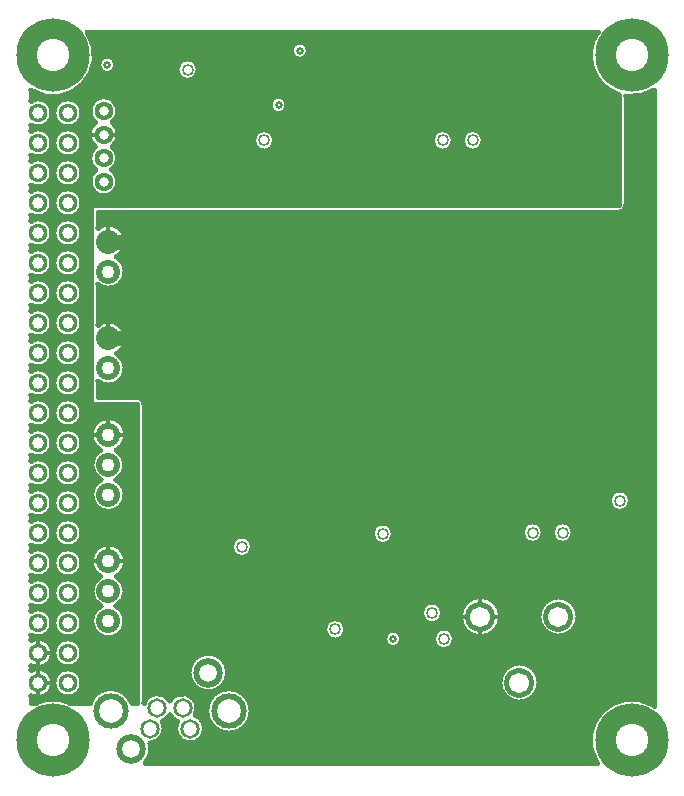
<source format=gbr>
G04 GENERATED BY PULSONIX 11.0 GERBER.DLL 8468*
G04 #@! TF.GenerationSoftware,Pulsonix,Pulsonix,11.0.8468*
G04 #@! TF.CreationDate,2022-02-02T18:24:52+05:00*
G04 #@! TF.Part,Single*
%INCSPAM*%
%LNLAYER 3*%
%FSLAX35Y35*%
%LPD*%
%MOIN*%
G04 #@! TF.FileFunction,Copper,L3,Inr*
G04 #@! TF.FilePolarity,Positive*
G04 #@! TA.AperFunction,OtherCopper,Copper*
%ADD10C,0.01500*%
G04 #@! TA.AperFunction,ViaPad*
%ADD70C,0.02600X0.01000*%
G04 #@! TA.AperFunction,OtherCopper,Copper*
%ADD74C,0.01200*%
G04 #@! TA.AperFunction,ViaPad*
%ADD81C,0.04000X0.02800*%
G04 #@! TA.AperFunction,Conductor*
%ADD84C,0.05000*%
G04 #@! TA.AperFunction,ComponentPad*
%ADD94C,0.10000X0.06700*%
%ADD133C,0.06299X0.03937*%
%ADD134C,0.24409X0.10827*%
%ADD135C,0.06299X0.03150*%
%ADD136C,0.08000X0.04300*%
%ADD137C,0.06496X0.04724*%
%ADD138C,0.09843X0.05906*%
%ADD139C,0.11811X0.07874*%
G04 #@! TD.AperFunction*
X0Y0D02*
D02*
D10*
X274515Y47663D02*
X424999D01*
G75*
G02*
X444004Y66669I11576J7430D01*
G01*
Y271864D01*
G75*
G02*
X434544Y269835I-7430J11575D01*
G01*
Y233439D01*
G75*
G02*
X432244Y231139I-2300J0D01*
G01*
X258560D01*
Y225871D01*
G75*
G02*
X262165Y227142I3605J-4478D01*
G01*
G75*
G02*
X264796Y216279I0J-5750D01*
G01*
G75*
G02*
X262165Y205842I-2631J-4887D01*
G01*
G75*
G02*
X258560Y207173I1J5549D01*
G01*
Y193588D01*
G75*
G02*
X262165Y194859I3605J-4478D01*
G01*
G75*
G02*
X264796Y183996I0J-5750D01*
G01*
G75*
G02*
X262165Y173559I-2631J-4887D01*
G01*
G75*
G02*
X258560Y174889I-1J5549D01*
G01*
Y169598D01*
X271614D01*
G75*
G02*
X273914Y167298I0J-2300D01*
G01*
Y67691D01*
X273912Y67603D01*
G75*
G02*
X282638Y68180I4493J-1683D01*
G01*
G75*
G02*
X291668Y65920I4232J-2260D01*
G01*
G75*
G02*
X291024Y63519I-4799J0D01*
G01*
G75*
G02*
X289331Y54232I-1693J-4489D01*
G01*
G75*
G02*
X285176Y61431I0J4798D01*
G01*
G75*
G02*
X282638Y63659I1693J4488D01*
G01*
G75*
G02*
X280099Y61431I-4231J2261D01*
G01*
G75*
G02*
X275966Y54232I-4155J-2401D01*
G01*
G75*
G02*
X274515Y47663I-6124J-2092D01*
G01*
X288962Y77731D02*
G75*
G02*
X295433Y84202I6471J0D01*
G01*
G75*
G02*
X301904Y77731I0J-6471D01*
G01*
G75*
G02*
X295433Y71260I-6471J0D01*
G01*
G75*
G02*
X288962Y77731I0J6471D01*
G01*
X373976Y85401D02*
G75*
G02*
Y92501I0J3550D01*
G01*
G75*
G02*
Y85401I0J-3550D01*
G01*
X379423Y96384D02*
G75*
G02*
X386173Y103134I6750J0D01*
G01*
G75*
G02*
X392923Y96384I0J-6750D01*
G01*
G75*
G02*
X386173Y89634I-6750J0D01*
G01*
G75*
G02*
X379423Y96384I0J6750D01*
G01*
X405623D02*
G75*
G02*
X412173Y102934I6550J0D01*
G01*
G75*
G02*
X418723Y96384I0J-6550D01*
G01*
G75*
G02*
X412173Y89834I-6550J0D01*
G01*
G75*
G02*
X405623Y96384I0J6550D01*
G01*
X357047Y86101D02*
G75*
G02*
Y91801I0J2850D01*
G01*
G75*
G02*
Y86101I0J-2850D01*
G01*
X337756Y88549D02*
G75*
G02*
Y95649I0J3550D01*
G01*
G75*
G02*
Y88549I0J-3550D01*
G01*
X370041Y94063D02*
G75*
G02*
Y101163I0J3550D01*
G01*
G75*
G02*
Y94063I0J-3550D01*
G01*
X306654Y116110D02*
G75*
G02*
Y123210I0J3550D01*
G01*
G75*
G02*
Y116110I0J-3550D01*
G01*
X353583Y120441D02*
G75*
G02*
Y127541I0J3550D01*
G01*
G75*
G02*
Y120441I0J-3550D01*
G01*
X413583Y120834D02*
G75*
G02*
Y127934I0J3550D01*
G01*
G75*
G02*
Y120834I0J-3550D01*
G01*
X403583D02*
G75*
G02*
Y127934I0J3550D01*
G01*
G75*
G02*
Y120834I0J-3550D01*
G01*
X432638Y131464D02*
G75*
G02*
Y138564I0J3550D01*
G01*
G75*
G02*
Y131464I0J-3550D01*
G01*
X294867Y64936D02*
G75*
G02*
X302323Y72391I7456J0D01*
G01*
G75*
G02*
X309778Y64936I0J-7455D01*
G01*
G75*
G02*
X302323Y57480I-7455J0D01*
G01*
G75*
G02*
X294867Y64936I0J7456D01*
G01*
X392623Y74384D02*
G75*
G02*
X399173Y80934I6550J0D01*
G01*
G75*
G02*
X405723Y74384I0J-6550D01*
G01*
G75*
G02*
X399173Y67834I-6550J0D01*
G01*
G75*
G02*
X392623Y74384I0J6550D01*
G01*
X436575Y68848D02*
G36*
X436575Y68848D02*
G75*
G02*
X444004Y66669I0J-13754D01*
G01*
Y271864D01*
G75*
G02*
X436575Y269685I-7429J11575D01*
G01*
G75*
G02*
X434544Y269835I-5J13756D01*
G01*
Y233439D01*
G75*
G02*
X432638Y231173I-2300J0D01*
G01*
Y138564D01*
G75*
G02*
Y131464I0J-3550D01*
G01*
Y68272D01*
G75*
G02*
X436575Y68848I3939J-13179D01*
G01*
G37*
X412173Y47663D02*
G36*
X412173Y47663D02*
X424999D01*
G75*
G02*
X432638Y68272I11576J7429D01*
G01*
Y131464D01*
G75*
G02*
Y138564I0J3550D01*
G01*
Y231173D01*
G75*
G02*
X432244Y231139I-394J2268D01*
G01*
X412173D01*
Y127643D01*
G75*
G02*
X413583Y127934I1408J-3260D01*
G01*
G75*
G02*
Y120834I0J-3550D01*
G01*
G75*
G02*
X412173Y121126I0J3551D01*
G01*
Y102934D01*
G75*
G02*
X418723Y96384I0J-6550D01*
G01*
G75*
G02*
X412173Y89834I-6550J0D01*
G01*
Y47663D01*
G37*
X403583D02*
G36*
X403583Y47663D02*
X412173D01*
Y89834D01*
G75*
G02*
X405623Y96384I0J6550D01*
G01*
G75*
G02*
X412173Y102934I6550J0D01*
G01*
Y121126D01*
G75*
G02*
Y127643I1410J3259D01*
G01*
Y231139D01*
X403583D01*
Y127934D01*
G75*
G02*
Y120834I0J-3550D01*
G01*
Y79228D01*
G75*
G02*
X405723Y74384I-4410J-4843D01*
G01*
G75*
G02*
X403583Y69541I-6549J0D01*
G01*
Y47663D01*
G37*
X386173D02*
G36*
X386173Y47663D02*
X403583D01*
Y69541D01*
G75*
G02*
X399173Y67834I-4410J4844D01*
G01*
G75*
G02*
X392623Y74384I0J6550D01*
G01*
G75*
G02*
X399173Y80934I6550J0D01*
G01*
G75*
G02*
X403583Y79228I1J-6550D01*
G01*
Y120834D01*
G75*
G02*
Y127934I0J3550D01*
G01*
Y231139D01*
X386173D01*
Y103134D01*
G75*
G02*
X392923Y96384I0J-6750D01*
G01*
G75*
G02*
X386173Y89634I-6750J0D01*
G01*
Y47663D01*
G37*
X373976D02*
G36*
X373976Y47663D02*
X386173D01*
Y89634D01*
G75*
G02*
X379423Y96384I0J6750D01*
G01*
G75*
G02*
X386173Y103134I6750J0D01*
G01*
Y231139D01*
X373976D01*
Y92501D01*
G75*
G02*
Y85401I0J-3550D01*
G01*
Y47663D01*
G37*
X370041D02*
G36*
X370041Y47663D02*
X373976D01*
Y85401D01*
G75*
G02*
Y92501I0J3550D01*
G01*
Y231139D01*
X370041D01*
Y101163D01*
G75*
G02*
Y94063I0J-3550D01*
G01*
Y47663D01*
G37*
X357047D02*
G36*
X357047Y47663D02*
X370041D01*
Y94063D01*
G75*
G02*
Y101163I0J3550D01*
G01*
Y231139D01*
X357047D01*
Y124765D01*
G75*
G02*
Y123216I-3466J-774D01*
G01*
Y91801D01*
G75*
G02*
Y86101I0J-2850D01*
G01*
Y47663D01*
G37*
X337756D02*
G36*
X337756Y47663D02*
X357047D01*
Y86101D01*
G75*
G02*
Y91801I0J2850D01*
G01*
Y123216D01*
G75*
G02*
X353583Y120441I-3464J774D01*
G01*
G75*
G02*
Y127541I0J3550D01*
G01*
G75*
G02*
X357047Y124765I0J-3550D01*
G01*
Y231139D01*
X337756D01*
Y95649D01*
G75*
G02*
Y88549I0J-3550D01*
G01*
Y47663D01*
G37*
X306654D02*
G36*
X306654Y47663D02*
X337756D01*
Y88549D01*
G75*
G02*
Y95649I0J3550D01*
G01*
Y231139D01*
X306654D01*
Y123210D01*
G75*
G02*
Y116110I0J-3550D01*
G01*
Y71004D01*
G75*
G02*
X309778Y64936I-4330J-6068D01*
G01*
G75*
G02*
X306654Y58867I-7455J-1D01*
G01*
Y47663D01*
G37*
X295433D02*
G36*
X295433Y47663D02*
X306654D01*
Y58867D01*
G75*
G02*
X302323Y57480I-4331J6069D01*
G01*
G75*
G02*
X295433Y62087I0J7456D01*
G01*
Y47663D01*
G37*
Y71260D02*
G36*
X295433Y71260D02*
Y67784D01*
G75*
G02*
X302323Y72391I6890J-2849D01*
G01*
G75*
G02*
X306654Y71004I0J-7456D01*
G01*
Y116110D01*
G75*
G02*
Y123210I0J3550D01*
G01*
Y231139D01*
X295433D01*
Y84202D01*
G75*
G02*
X301904Y77731I0J-6471D01*
G01*
G75*
G02*
X295433Y71260I-6471J0D01*
G01*
G37*
X274515Y47663D02*
G36*
X274515Y47663D02*
X295433D01*
Y62087D01*
G75*
G02*
X294867Y64936I6890J2850D01*
G01*
G75*
G02*
X295433Y67784I7454J-1D01*
G01*
Y71260D01*
G75*
G02*
X288962Y77731I0J6471D01*
G01*
G75*
G02*
X295433Y84202I6471J0D01*
G01*
Y231139D01*
X258560D01*
Y225871D01*
G75*
G02*
X262165Y227142I3605J-4478D01*
G01*
G75*
G02*
X264796Y216279I0J-5750D01*
G01*
G75*
G02*
X262165Y205842I-2631J-4887D01*
G01*
G75*
G02*
X258560Y207173I1J5549D01*
G01*
Y193588D01*
G75*
G02*
X262165Y194859I3605J-4478D01*
G01*
G75*
G02*
X264796Y183996I0J-5750D01*
G01*
G75*
G02*
X262165Y173559I-2631J-4887D01*
G01*
G75*
G02*
X258560Y174889I-1J5549D01*
G01*
Y169598D01*
X271614D01*
G75*
G02*
X273914Y167298I0J-2300D01*
G01*
Y67691D01*
X273912Y67603D01*
G75*
G02*
X278406Y70718I4494J-1684D01*
G01*
G75*
G02*
X282638Y68180I0J-4798D01*
G01*
G75*
G02*
X286870Y70718I4232J-2260D01*
G01*
G75*
G02*
X291668Y65920I0J-4798D01*
G01*
G75*
G02*
X291024Y63519I-4799J0D01*
G01*
G75*
G02*
X289331Y54232I-1693J-4489D01*
G01*
G75*
G02*
X285176Y61431I0J4798D01*
G01*
G75*
G02*
X282638Y63659I1693J4488D01*
G01*
G75*
G02*
X280099Y61431I-4231J2261D01*
G01*
G75*
G02*
X275966Y54232I-4155J-2401D01*
G01*
G75*
G02*
X274515Y47663I-6124J-2092D01*
G01*
G37*
X269880Y67691D02*
X271614D01*
Y167298D01*
X256260D01*
Y233439D01*
X432244D01*
Y270384D01*
G75*
G02*
X425262Y291263I4331J13055D01*
G01*
X254975D01*
G75*
G02*
X236232Y271864I-11313J-7823D01*
G01*
Y268289D01*
G75*
G02*
X238661Y268966I2430J-4022D01*
G01*
G75*
G02*
Y259567I0J-4699D01*
G01*
G75*
G02*
X236232Y260243I-1J4698D01*
G01*
Y258289D01*
G75*
G02*
X238661Y258966I2430J-4022D01*
G01*
G75*
G02*
Y249567I0J-4699D01*
G01*
G75*
G02*
X236232Y250243I-1J4698D01*
G01*
Y248289D01*
G75*
G02*
X238661Y248966I2430J-4022D01*
G01*
G75*
G02*
Y239567I0J-4699D01*
G01*
G75*
G02*
X236232Y240243I-1J4698D01*
G01*
Y238289D01*
G75*
G02*
X238661Y238966I2430J-4022D01*
G01*
G75*
G02*
Y229567I0J-4699D01*
G01*
G75*
G02*
X236232Y230243I-1J4698D01*
G01*
Y228289D01*
G75*
G02*
X238661Y228966I2430J-4022D01*
G01*
G75*
G02*
Y219567I0J-4699D01*
G01*
G75*
G02*
X236232Y220243I-1J4698D01*
G01*
Y218289D01*
G75*
G02*
X238661Y218966I2430J-4022D01*
G01*
G75*
G02*
Y209567I0J-4699D01*
G01*
G75*
G02*
X236232Y210243I-1J4698D01*
G01*
Y208289D01*
G75*
G02*
X238661Y208966I2430J-4022D01*
G01*
G75*
G02*
Y199567I0J-4699D01*
G01*
G75*
G02*
X236232Y200243I-1J4698D01*
G01*
Y198289D01*
G75*
G02*
X238661Y198966I2430J-4022D01*
G01*
G75*
G02*
Y189567I0J-4699D01*
G01*
G75*
G02*
X236232Y190243I-1J4698D01*
G01*
Y188289D01*
G75*
G02*
X238661Y188966I2430J-4022D01*
G01*
G75*
G02*
Y179567I0J-4699D01*
G01*
G75*
G02*
X236232Y180243I-1J4698D01*
G01*
Y178289D01*
G75*
G02*
X238661Y178966I2430J-4022D01*
G01*
G75*
G02*
Y169567I0J-4699D01*
G01*
G75*
G02*
X236232Y170243I-1J4698D01*
G01*
Y168289D01*
G75*
G02*
X238661Y168966I2430J-4022D01*
G01*
G75*
G02*
Y159567I0J-4699D01*
G01*
G75*
G02*
X236232Y160243I-1J4698D01*
G01*
Y158289D01*
G75*
G02*
X238661Y158966I2430J-4022D01*
G01*
G75*
G02*
Y149567I0J-4699D01*
G01*
G75*
G02*
X236232Y150243I-1J4698D01*
G01*
Y148289D01*
G75*
G02*
X238661Y148966I2430J-4022D01*
G01*
G75*
G02*
Y139567I0J-4699D01*
G01*
G75*
G02*
X236232Y140243I-1J4698D01*
G01*
Y138289D01*
G75*
G02*
X238661Y138966I2430J-4022D01*
G01*
G75*
G02*
Y129567I0J-4699D01*
G01*
G75*
G02*
X236232Y130243I-1J4698D01*
G01*
Y128289D01*
G75*
G02*
X238661Y128966I2430J-4022D01*
G01*
G75*
G02*
Y119567I0J-4699D01*
G01*
G75*
G02*
X236232Y120243I-1J4698D01*
G01*
Y118289D01*
G75*
G02*
X238661Y118966I2430J-4022D01*
G01*
G75*
G02*
Y109567I0J-4699D01*
G01*
G75*
G02*
X236232Y110243I-1J4698D01*
G01*
Y108289D01*
G75*
G02*
X238661Y108966I2430J-4022D01*
G01*
G75*
G02*
Y99567I0J-4699D01*
G01*
G75*
G02*
X236232Y100243I-1J4698D01*
G01*
Y98289D01*
G75*
G02*
X238661Y98966I2430J-4022D01*
G01*
G75*
G02*
Y89567I0J-4699D01*
G01*
G75*
G02*
X236232Y90243I-1J4698D01*
G01*
Y88521D01*
G75*
G02*
X238661Y89166I2430J-4254D01*
G01*
G75*
G02*
Y79367I0J-4899D01*
G01*
G75*
G02*
X236232Y80011I-1J4898D01*
G01*
Y78521D01*
G75*
G02*
X238661Y79166I2430J-4254D01*
G01*
G75*
G02*
Y69367I0J-4899D01*
G01*
G75*
G02*
X236232Y70011I-1J4898D01*
G01*
Y67691D01*
X238141D01*
G75*
G02*
X249182I5521J-12599D01*
G01*
X256025D01*
G75*
G02*
X269880I6928J-2756D01*
G01*
X288543Y275165D02*
G75*
G02*
Y282265I0J3550D01*
G01*
G75*
G02*
Y275165I0J-3550D01*
G01*
X325945Y282164D02*
G75*
G02*
Y287864I0J2850D01*
G01*
G75*
G02*
Y282164I0J-2850D01*
G01*
X261771Y277440D02*
G75*
G02*
Y283140I0J2850D01*
G01*
G75*
G02*
Y277440I0J-2850D01*
G01*
X248661Y259567D02*
G75*
G02*
Y268966I0J4700D01*
G01*
G75*
G02*
Y259567I0J-4699D01*
G01*
Y249567D02*
G75*
G02*
Y258966I0J4700D01*
G01*
G75*
G02*
Y249567I0J-4699D01*
G01*
Y239567D02*
G75*
G02*
Y248966I0J4700D01*
G01*
G75*
G02*
Y239567I0J-4699D01*
G01*
Y229567D02*
G75*
G02*
Y238966I0J4700D01*
G01*
G75*
G02*
Y229567I0J-4699D01*
G01*
X257846Y261120D02*
G75*
G02*
X260591Y269635I2745J3815D01*
G01*
G75*
G02*
X263335Y261120I0J-4700D01*
G01*
G75*
G02*
Y253003I-2744J-4058D01*
G01*
G75*
G02*
X263157Y245250I-2745J-3816D01*
G01*
G75*
G02*
X260591Y236614I-2566J-3937D01*
G01*
G75*
G02*
X258024Y245250I0J4699D01*
G01*
G75*
G02*
X257846Y253003I2567J3937D01*
G01*
G75*
G02*
Y261120I2744J4059D01*
G01*
X318859Y264054D02*
G75*
G02*
Y269754I0J2850D01*
G01*
G75*
G02*
Y264054I0J-2850D01*
G01*
X383583Y251543D02*
G75*
G02*
Y258643I0J3550D01*
G01*
G75*
G02*
Y251543I0J-3550D01*
G01*
X373583D02*
G75*
G02*
Y258643I0J3550D01*
G01*
G75*
G02*
Y251543I0J-3550D01*
G01*
X314055D02*
G75*
G02*
Y258643I0J3550D01*
G01*
G75*
G02*
Y251543I0J-3550D01*
G01*
X248661Y219567D02*
G75*
G02*
Y228966I0J4700D01*
G01*
G75*
G02*
Y219567I0J-4699D01*
G01*
Y209567D02*
G75*
G02*
Y218966I0J4700D01*
G01*
G75*
G02*
Y209567I0J-4699D01*
G01*
Y199567D02*
G75*
G02*
Y208966I0J4700D01*
G01*
G75*
G02*
Y199567I0J-4699D01*
G01*
Y189567D02*
G75*
G02*
Y198966I0J4700D01*
G01*
G75*
G02*
Y189567I0J-4699D01*
G01*
Y179567D02*
G75*
G02*
Y188966I0J4700D01*
G01*
G75*
G02*
Y179567I0J-4699D01*
G01*
Y169567D02*
G75*
G02*
Y178966I0J4700D01*
G01*
G75*
G02*
Y169567I0J-4699D01*
G01*
Y159567D02*
G75*
G02*
Y168966I0J4700D01*
G01*
G75*
G02*
Y159567I0J-4699D01*
G01*
Y149567D02*
G75*
G02*
Y158966I0J4700D01*
G01*
G75*
G02*
Y149567I0J-4699D01*
G01*
Y139567D02*
G75*
G02*
Y148966I0J4700D01*
G01*
G75*
G02*
Y139567I0J-4699D01*
G01*
Y129567D02*
G75*
G02*
Y138966I0J4700D01*
G01*
G75*
G02*
Y129567I0J-4699D01*
G01*
X259535Y151870D02*
G75*
G02*
X262165Y162733I2630J5113D01*
G01*
G75*
G02*
X264796Y151870I0J-5750D01*
G01*
G75*
G02*
X264574Y141983I-2631J-4887D01*
G01*
G75*
G02*
X262165Y131433I-2409J-5000D01*
G01*
G75*
G02*
X259757Y141983I0J5550D01*
G01*
G75*
G02*
X259535Y151870I2409J5000D01*
G01*
X248661Y119567D02*
G75*
G02*
Y128966I0J4700D01*
G01*
G75*
G02*
Y119567I0J-4699D01*
G01*
Y109567D02*
G75*
G02*
Y118966I0J4700D01*
G01*
G75*
G02*
Y109567I0J-4699D01*
G01*
Y99567D02*
G75*
G02*
Y108966I0J4700D01*
G01*
G75*
G02*
Y99567I0J-4699D01*
G01*
X259535Y109744D02*
G75*
G02*
X262165Y120607I2630J5113D01*
G01*
G75*
G02*
X264796Y109744I0J-5750D01*
G01*
G75*
G02*
X264574Y99857I-2631J-4887D01*
G01*
G75*
G02*
X262165Y89307I-2409J-5000D01*
G01*
G75*
G02*
X259757Y99857I0J5550D01*
G01*
G75*
G02*
X259535Y109744I2409J5000D01*
G01*
X248661Y89567D02*
G75*
G02*
Y98966I0J4700D01*
G01*
G75*
G02*
Y89567I0J-4699D01*
G01*
Y79567D02*
G75*
G02*
Y88966I0J4700D01*
G01*
G75*
G02*
Y79567I0J-4699D01*
G01*
Y69567D02*
G75*
G02*
Y78966I0J4700D01*
G01*
G75*
G02*
Y69567I0J-4699D01*
G01*
X383583Y233439D02*
G36*
X383583Y233439D02*
X432244D01*
Y270384D01*
G75*
G02*
X425262Y291263I4331J13055D01*
G01*
X383583D01*
Y258643D01*
G75*
G02*
Y251543I0J-3550D01*
G01*
Y233439D01*
G37*
X373583D02*
G36*
X373583Y233439D02*
X383583D01*
Y251543D01*
G75*
G02*
Y258643I0J3550D01*
G01*
Y291263D01*
X373583D01*
Y258643D01*
G75*
G02*
Y251543I0J-3550D01*
G01*
Y233439D01*
G37*
X325945D02*
G36*
X325945Y233439D02*
X373583D01*
Y251543D01*
G75*
G02*
Y258643I0J3550D01*
G01*
Y291263D01*
X325945D01*
Y287864D01*
G75*
G02*
Y282164I0J-2850D01*
G01*
Y233439D01*
G37*
X318859D02*
G36*
X318859Y233439D02*
X325945D01*
Y282164D01*
G75*
G02*
Y287864I0J2850D01*
G01*
Y291263D01*
X318859D01*
Y269754D01*
G75*
G02*
Y264054I0J-2850D01*
G01*
Y233439D01*
G37*
X314055D02*
G36*
X314055Y233439D02*
X318859D01*
Y264054D01*
G75*
G02*
Y269754I0J2850D01*
G01*
Y291263D01*
X314055D01*
Y258643D01*
G75*
G02*
Y251543I0J-3550D01*
G01*
Y233439D01*
G37*
X288543D02*
G36*
X288543Y233439D02*
X314055D01*
Y251543D01*
G75*
G02*
Y258643I0J3550D01*
G01*
Y291263D01*
X288543D01*
Y282265D01*
G75*
G02*
Y275165I0J-3550D01*
G01*
Y233439D01*
G37*
X269880Y67691D02*
G36*
X269880Y67691D02*
X271614D01*
Y167298D01*
X261771D01*
Y162719D01*
G75*
G02*
X262165Y162733I401J-5735D01*
G01*
G75*
G02*
X264796Y151870I0J-5750D01*
G01*
G75*
G02*
X264574Y141983I-2631J-4887D01*
G01*
G75*
G02*
X262165Y131433I-2409J-5000D01*
G01*
G75*
G02*
X261771Y131447I0J5549D01*
G01*
Y120593D01*
G75*
G02*
X262165Y120607I401J-5735D01*
G01*
G75*
G02*
X264796Y109744I0J-5750D01*
G01*
G75*
G02*
X264574Y99857I-2631J-4887D01*
G01*
G75*
G02*
X262165Y89307I-2409J-5000D01*
G01*
G75*
G02*
X261771Y89321I0J5549D01*
G01*
Y72297D01*
G75*
G02*
X262953Y72391I1180J-7365D01*
G01*
G75*
G02*
X269880Y67691I-1J-7455D01*
G01*
G37*
X261771Y233439D02*
G36*
X261771Y233439D02*
X288543D01*
Y275165D01*
G75*
G02*
Y282265I0J3550D01*
G01*
Y291263D01*
X261771D01*
Y283140D01*
G75*
G02*
Y277440I0J-2850D01*
G01*
Y269484D01*
G75*
G02*
X263335Y261120I-1181J-4549D01*
G01*
G75*
G02*
Y253003I-2744J-4058D01*
G01*
G75*
G02*
X263157Y245250I-2745J-3816D01*
G01*
G75*
G02*
X261771Y236765I-2566J-3936D01*
G01*
Y233439D01*
G37*
X249182Y67691D02*
G36*
X249182Y67691D02*
X256025D01*
G75*
G02*
X261771Y72297I6928J-2756D01*
G01*
Y89321D01*
G75*
G02*
X259757Y99857I394J5536D01*
G01*
G75*
G02*
X259535Y109744I2409J5000D01*
G01*
G75*
G02*
X261771Y120593I2630J5113D01*
G01*
Y131447D01*
G75*
G02*
X259757Y141983I394J5536D01*
G01*
G75*
G02*
X259535Y151870I2409J5000D01*
G01*
G75*
G02*
X261771Y162719I2630J5113D01*
G01*
Y167298D01*
X256260D01*
Y233439D01*
X261771D01*
Y236765D01*
G75*
G02*
X260591Y236614I-1181J4546D01*
G01*
G75*
G02*
X258024Y245250I0J4699D01*
G01*
G75*
G02*
X257846Y253003I2567J3937D01*
G01*
G75*
G02*
Y261120I2744J4059D01*
G01*
G75*
G02*
X260591Y269635I2745J3815D01*
G01*
G75*
G02*
X261771Y269484I-1J-4697D01*
G01*
Y277440D01*
G75*
G02*
Y283140I0J2850D01*
G01*
Y291263D01*
X254975D01*
G75*
G02*
X248661Y270626I-11314J-7823D01*
G01*
Y268966D01*
G75*
G02*
Y259567I0J-4699D01*
G01*
Y258966D01*
G75*
G02*
Y249567I0J-4699D01*
G01*
Y248966D01*
G75*
G02*
Y239567I0J-4699D01*
G01*
Y238966D01*
G75*
G02*
Y229567I0J-4699D01*
G01*
Y228966D01*
G75*
G02*
Y219567I0J-4699D01*
G01*
Y218966D01*
G75*
G02*
Y209567I0J-4699D01*
G01*
Y208966D01*
G75*
G02*
Y199567I0J-4699D01*
G01*
Y198966D01*
G75*
G02*
Y189567I0J-4699D01*
G01*
Y188966D01*
G75*
G02*
Y179567I0J-4699D01*
G01*
Y178966D01*
G75*
G02*
Y169567I0J-4699D01*
G01*
Y168966D01*
G75*
G02*
Y159567I0J-4699D01*
G01*
Y158966D01*
G75*
G02*
Y149567I0J-4699D01*
G01*
Y148966D01*
G75*
G02*
Y139567I0J-4699D01*
G01*
Y138966D01*
G75*
G02*
Y129567I0J-4699D01*
G01*
Y128966D01*
G75*
G02*
Y119567I0J-4699D01*
G01*
Y118966D01*
G75*
G02*
Y109567I0J-4699D01*
G01*
Y108966D01*
G75*
G02*
Y99567I0J-4699D01*
G01*
Y98966D01*
G75*
G02*
Y89567I0J-4699D01*
G01*
Y88966D01*
G75*
G02*
Y79567I0J-4699D01*
G01*
Y78966D01*
G75*
G02*
Y69567I0J-4699D01*
G01*
Y67907D01*
G75*
G02*
X249182Y67691I-5016J-12834D01*
G01*
G37*
X236232D02*
G36*
X236232Y67691D02*
X238141D01*
G75*
G02*
X243661Y68848I5522J-12598D01*
G01*
G75*
G02*
X248661Y67907I0J-13755D01*
G01*
Y69567D01*
G75*
G02*
Y78966I0J4700D01*
G01*
Y79567D01*
G75*
G02*
Y88966I0J4700D01*
G01*
Y89567D01*
G75*
G02*
Y98966I0J4700D01*
G01*
Y99567D01*
G75*
G02*
Y108966I0J4700D01*
G01*
Y109567D01*
G75*
G02*
Y118966I0J4700D01*
G01*
Y119567D01*
G75*
G02*
Y128966I0J4700D01*
G01*
Y129567D01*
G75*
G02*
Y138966I0J4700D01*
G01*
Y139567D01*
G75*
G02*
Y148966I0J4700D01*
G01*
Y149567D01*
G75*
G02*
Y158966I0J4700D01*
G01*
Y159567D01*
G75*
G02*
Y168966I0J4700D01*
G01*
Y169567D01*
G75*
G02*
Y178966I0J4700D01*
G01*
Y179567D01*
G75*
G02*
Y188966I0J4700D01*
G01*
Y189567D01*
G75*
G02*
Y198966I0J4700D01*
G01*
Y199567D01*
G75*
G02*
Y208966I0J4700D01*
G01*
Y209567D01*
G75*
G02*
Y218966I0J4700D01*
G01*
Y219567D01*
G75*
G02*
Y228966I0J4700D01*
G01*
Y229567D01*
G75*
G02*
Y238966I0J4700D01*
G01*
Y239567D01*
G75*
G02*
Y248966I0J4700D01*
G01*
Y249567D01*
G75*
G02*
Y258966I0J4700D01*
G01*
Y259567D01*
G75*
G02*
Y268966I0J4700D01*
G01*
Y270626D01*
G75*
G02*
X243661Y269685I-5000J12814D01*
G01*
G75*
G02*
X236232Y271864I0J13754D01*
G01*
Y268289D01*
G75*
G02*
X238661Y268966I2430J-4022D01*
G01*
X238661D01*
G75*
G02*
Y259567I0J-4699D01*
G01*
X238661D01*
G75*
G02*
X236232Y260243I-1J4698D01*
G01*
Y258289D01*
G75*
G02*
X238661Y258966I2430J-4022D01*
G01*
X238661D01*
G75*
G02*
Y249567I0J-4699D01*
G01*
X238661D01*
G75*
G02*
X236232Y250243I-1J4698D01*
G01*
Y248289D01*
G75*
G02*
X238661Y248966I2430J-4022D01*
G01*
X238661D01*
G75*
G02*
Y239567I0J-4699D01*
G01*
X238661D01*
G75*
G02*
X236232Y240243I-1J4698D01*
G01*
Y238289D01*
G75*
G02*
X238661Y238966I2430J-4022D01*
G01*
X238661D01*
G75*
G02*
Y229567I0J-4699D01*
G01*
X238661D01*
G75*
G02*
X236232Y230243I-1J4698D01*
G01*
Y228289D01*
G75*
G02*
X238661Y228966I2430J-4022D01*
G01*
X238661D01*
G75*
G02*
Y219567I0J-4699D01*
G01*
X238661D01*
G75*
G02*
X236232Y220243I-1J4698D01*
G01*
Y218289D01*
G75*
G02*
X238661Y218966I2430J-4022D01*
G01*
X238661D01*
G75*
G02*
Y209567I0J-4699D01*
G01*
X238661D01*
G75*
G02*
X236232Y210243I-1J4698D01*
G01*
Y208289D01*
G75*
G02*
X238661Y208966I2430J-4022D01*
G01*
X238661D01*
G75*
G02*
Y199567I0J-4699D01*
G01*
X238661D01*
G75*
G02*
X236232Y200243I-1J4698D01*
G01*
Y198289D01*
G75*
G02*
X238661Y198966I2430J-4022D01*
G01*
X238661D01*
G75*
G02*
Y189567I0J-4699D01*
G01*
X238661D01*
G75*
G02*
X236232Y190243I-1J4698D01*
G01*
Y188289D01*
G75*
G02*
X238661Y188966I2430J-4022D01*
G01*
X238661D01*
G75*
G02*
Y179567I0J-4699D01*
G01*
X238661D01*
G75*
G02*
X236232Y180243I-1J4698D01*
G01*
Y178289D01*
G75*
G02*
X238661Y178966I2430J-4022D01*
G01*
X238661D01*
G75*
G02*
Y169567I0J-4699D01*
G01*
X238661D01*
G75*
G02*
X236232Y170243I-1J4698D01*
G01*
Y168289D01*
G75*
G02*
X238661Y168966I2430J-4022D01*
G01*
X238661D01*
G75*
G02*
Y159567I0J-4699D01*
G01*
X238661D01*
G75*
G02*
X236232Y160243I-1J4698D01*
G01*
Y158289D01*
G75*
G02*
X238661Y158966I2430J-4022D01*
G01*
X238661D01*
G75*
G02*
Y149567I0J-4699D01*
G01*
X238661D01*
G75*
G02*
X236232Y150243I-1J4698D01*
G01*
Y148289D01*
G75*
G02*
X238661Y148966I2430J-4022D01*
G01*
X238661D01*
G75*
G02*
Y139567I0J-4699D01*
G01*
X238661D01*
G75*
G02*
X236232Y140243I-1J4698D01*
G01*
Y138289D01*
G75*
G02*
X238661Y138966I2430J-4022D01*
G01*
X238661D01*
G75*
G02*
Y129567I0J-4699D01*
G01*
X238661D01*
G75*
G02*
X236232Y130243I-1J4698D01*
G01*
Y128289D01*
G75*
G02*
X238661Y128966I2430J-4022D01*
G01*
X238661D01*
G75*
G02*
Y119567I0J-4699D01*
G01*
X238661D01*
G75*
G02*
X236232Y120243I-1J4698D01*
G01*
Y118289D01*
G75*
G02*
X238661Y118966I2430J-4022D01*
G01*
X238661D01*
G75*
G02*
Y109567I0J-4699D01*
G01*
X238661D01*
G75*
G02*
X236232Y110243I-1J4698D01*
G01*
Y108289D01*
G75*
G02*
X238661Y108966I2430J-4022D01*
G01*
X238661D01*
G75*
G02*
Y99567I0J-4699D01*
G01*
X238661D01*
G75*
G02*
X236232Y100243I-1J4698D01*
G01*
Y98289D01*
G75*
G02*
X238661Y98966I2430J-4022D01*
G01*
X238661D01*
G75*
G02*
Y89567I0J-4699D01*
G01*
X238661D01*
G75*
G02*
X236232Y90243I-1J4698D01*
G01*
Y88521D01*
G75*
G02*
X238661Y89166I2430J-4254D01*
G01*
X238661D01*
G75*
G02*
Y79367I0J-4899D01*
G01*
X238661D01*
G75*
G02*
X236232Y80011I-1J4898D01*
G01*
Y78521D01*
G75*
G02*
X238661Y79166I2430J-4254D01*
G01*
X238661D01*
G75*
G02*
Y69367I0J-4899D01*
G01*
X238661D01*
G75*
G02*
X236232Y70011I-1J4898D01*
G01*
Y67691D01*
G37*
D02*
D70*
X357047Y88951D03*
X318859Y266904D03*
X261771Y280290D03*
X364528Y285014D03*
X325945D03*
D02*
D74*
X238661Y71174D02*
Y69367D01*
X241753Y74266D02*
X243561D01*
X238661Y77358D02*
Y79166D01*
Y81174D02*
Y79367D01*
X241753Y84266D02*
X243561D01*
X238661Y87358D02*
Y89166D01*
X386173Y91420D02*
Y89634D01*
X391137Y96384D02*
X392923D01*
X381209D02*
X379423D01*
X386173Y101348D02*
Y103134D01*
X266120Y114857D02*
X267915D01*
X258211D02*
X256415D01*
X262165Y118811D02*
Y120607D01*
X266120Y156983D02*
X267915D01*
X258211D02*
X256415D01*
X262165Y160937D02*
Y162733D01*
X266120Y189109D02*
X267915D01*
X262165Y193063D02*
Y194859D01*
X266120Y221392D02*
X267915D01*
X262165Y225347D02*
Y227142D01*
X263682Y257061D02*
X265490D01*
X257499D02*
X255691D01*
D02*
D81*
X373976Y88951D03*
X337756Y92099D03*
X325551Y92495D03*
X370041Y97613D03*
X306654Y119660D03*
X353583Y123991D03*
X413583Y124384D03*
X403583D03*
X393583D03*
X383583D03*
X432638Y135014D03*
X310591Y192101D03*
Y206668D03*
X413583Y255093D03*
X403583D03*
X393583D03*
X383583D03*
X373583D03*
X314055D03*
X288543Y278715D03*
D02*
D84*
X262165Y189109D02*
X270827D01*
X262165Y221392D02*
X272008D01*
D02*
D94*
X399173Y74384D03*
X412173Y96384D03*
X386173D03*
D02*
D133*
X248661Y74266D03*
X238661D03*
X248661Y84266D03*
X238661D03*
X248661Y94266D03*
X238661D03*
X248661Y104266D03*
X238661D03*
X248661Y114266D03*
X238661D03*
X248661Y124266D03*
X238661D03*
X248661Y134266D03*
X238661D03*
X248661Y144266D03*
X238661D03*
X248661Y154266D03*
X238661D03*
X248661Y164266D03*
X238661D03*
X248661Y174266D03*
X238661D03*
X248661Y184266D03*
X238661D03*
X248661Y194266D03*
X238661D03*
X248661Y204266D03*
X238661D03*
X248661Y214266D03*
X238661D03*
X248661Y224266D03*
X238661D03*
X248661Y234266D03*
X238661D03*
X248661Y244266D03*
X238661D03*
X248661Y254266D03*
X238661D03*
X248661Y264266D03*
X238661D03*
D02*
D134*
X436575Y55093D03*
X243661D03*
X436575Y283439D03*
X243661D03*
D02*
D135*
X260591Y241313D03*
Y249187D03*
Y257061D03*
Y264936D03*
D02*
D136*
X262165Y94857D03*
Y104857D03*
Y114857D03*
Y136983D03*
Y146983D03*
Y156983D03*
Y179109D03*
Y189109D03*
Y211392D03*
Y221392D03*
D02*
D137*
X289331Y59030D03*
X275945D03*
X286870Y65920D03*
X278406D03*
D02*
D138*
X269843Y52140D03*
X295433Y77731D03*
D02*
D139*
X302323Y64936D03*
X262953D03*
X0Y0D02*
M02*

</source>
